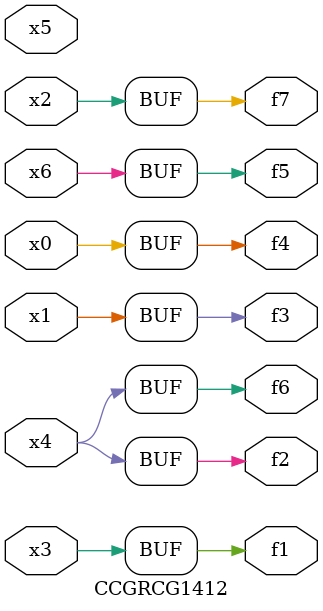
<source format=v>
module CCGRCG1412(
	input x0, x1, x2, x3, x4, x5, x6,
	output f1, f2, f3, f4, f5, f6, f7
);
	assign f1 = x3;
	assign f2 = x4;
	assign f3 = x1;
	assign f4 = x0;
	assign f5 = x6;
	assign f6 = x4;
	assign f7 = x2;
endmodule

</source>
